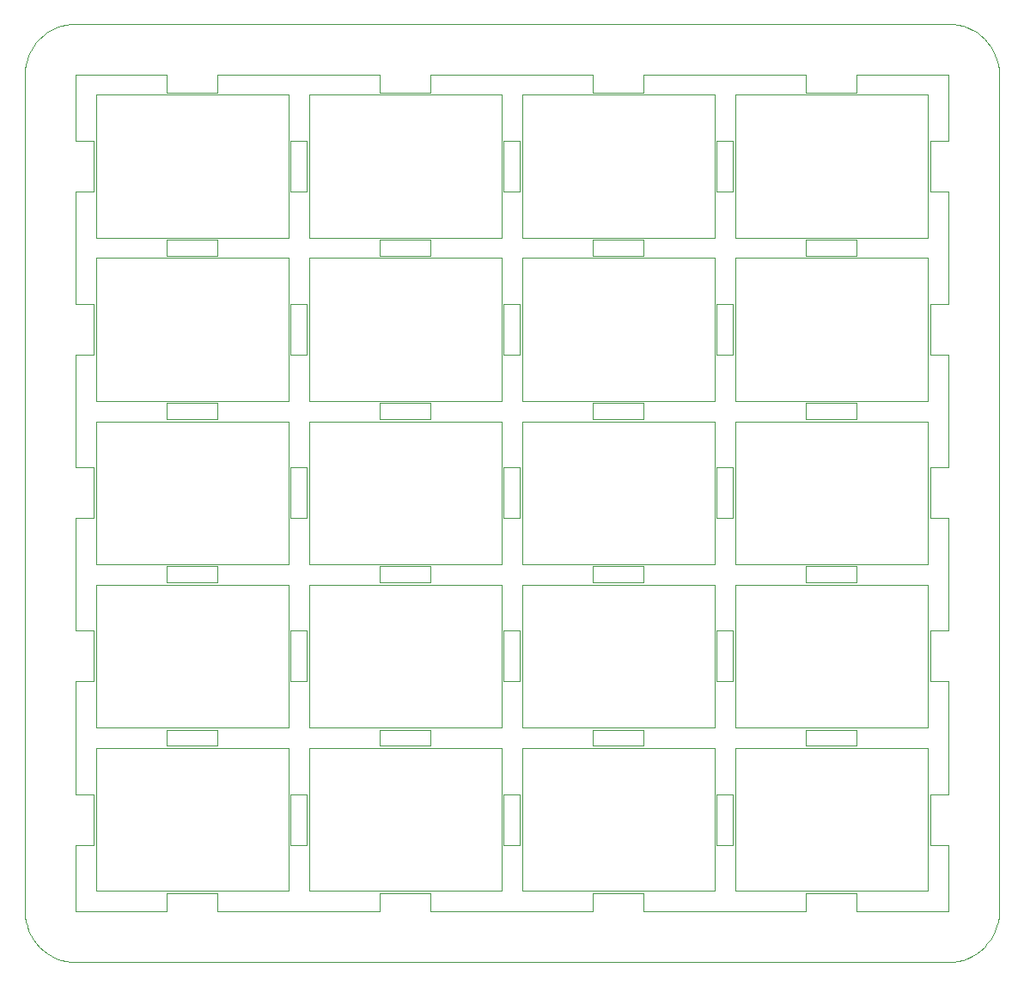
<source format=gbr>
%TF.GenerationSoftware,KiCad,Pcbnew,7.0.9*%
%TF.CreationDate,2024-07-19T15:30:45+09:00*%
%TF.ProjectId,panelize,70616e65-6c69-47a6-952e-6b696361645f,rev?*%
%TF.SameCoordinates,PX39748eaPY88a96c5*%
%TF.FileFunction,Profile,NP*%
%FSLAX46Y46*%
G04 Gerber Fmt 4.6, Leading zero omitted, Abs format (unit mm)*
G04 Created by KiCad (PCBNEW 7.0.9) date 2024-07-19 15:30:45*
%MOMM*%
%LPD*%
G01*
G04 APERTURE LIST*
%TA.AperFunction,Profile*%
%ADD10C,0.100000*%
%TD*%
G04 APERTURE END LIST*
D10*
X12353750Y37700293D02*
X12353750Y36901293D01*
X80353750Y5500293D02*
X75353750Y5500293D01*
X68353750Y52000293D02*
X87353750Y52000293D01*
X89353750Y91200293D02*
X3353750Y91200293D01*
X26159558Y42450293D02*
X26156517Y47450293D01*
X90329201Y-1203633D02*
X90805173Y-1084408D01*
X38353750Y20801293D02*
X38353750Y21600293D01*
X12353750Y21600293D02*
X12353750Y20801293D01*
X26156517Y79650293D02*
X25354750Y79650293D01*
X45553750Y15250293D02*
X45553750Y10250293D01*
X12353750Y36100293D02*
X17353750Y36100293D01*
X24353750Y5700293D02*
X5353750Y5700293D01*
X87353750Y70100293D02*
X68353750Y70100293D01*
X33353750Y53800293D02*
X33353750Y52200293D01*
X87553750Y74650293D02*
X89353750Y74650293D01*
X26156517Y47450293D02*
X24553750Y47450293D01*
X59353750Y5500293D02*
X54353750Y5500293D01*
X33353750Y86200293D02*
X33353750Y84400293D01*
X996766Y-709313D02*
X1440332Y-919104D01*
X68353750Y37900293D02*
X68353750Y52000293D01*
X24553750Y63550293D02*
X24553750Y58550293D01*
X33353750Y20000293D02*
X38353750Y20000293D01*
X59353750Y52200293D02*
X59353750Y53800293D01*
X59353750Y20000293D02*
X59353750Y21600293D01*
X24353750Y35900293D02*
X24353750Y21800293D01*
X80353750Y37700293D02*
X75353750Y37700293D01*
X93511098Y88978145D02*
X93218802Y89372260D01*
X26353750Y21800293D02*
X26353750Y35900293D01*
X54353750Y37700293D02*
X54353750Y36100293D01*
X17353750Y52200293D02*
X17353750Y53800293D01*
X68353750Y68100293D02*
X87353750Y68100293D01*
X91267167Y90819691D02*
X90805173Y90984995D01*
X89353750Y-1299707D02*
X89843835Y-1275630D01*
X24553750Y79650293D02*
X24553750Y74650293D01*
X66353750Y21800293D02*
X47353750Y21800293D01*
X92525716Y-164759D02*
X92889283Y164760D01*
X3353750Y31350293D02*
X3353750Y42450293D01*
X75353750Y21600293D02*
X75353750Y20000293D01*
X-1622174Y3210208D02*
X-1550177Y2724842D01*
X66553750Y42450293D02*
X68159558Y42450293D01*
X80353750Y36899293D02*
X80353750Y37700293D01*
X12353750Y86200293D02*
X12353750Y84400293D01*
X68159558Y74650293D02*
X68156517Y79650293D01*
X45353750Y35900293D02*
X45353750Y21800293D01*
X59353750Y69900293D02*
X54353750Y69900293D01*
X89353750Y31350293D02*
X87553750Y31350293D01*
X68353750Y35900293D02*
X87353750Y35900293D01*
X68153750Y63550293D02*
X66553750Y63550293D01*
X54353750Y84400293D02*
X59353750Y84400293D01*
X38353750Y69900293D02*
X33353750Y69900293D01*
X92131601Y90357642D02*
X91710733Y90609900D01*
X66353750Y84200293D02*
X66353750Y70100293D01*
X68353750Y84200293D02*
X87353750Y84200293D01*
X3353750Y47450293D02*
X3353750Y58550293D01*
X38353750Y20000293D02*
X38353750Y20801293D01*
X89353750Y47450293D02*
X87553750Y47450293D01*
X47353750Y19800293D02*
X66353750Y19800293D01*
X66553750Y63550293D02*
X66553750Y58550293D01*
X5153750Y42450293D02*
X5153750Y47450293D01*
X66553750Y15250293D02*
X66553750Y10250293D01*
X90329201Y91104220D02*
X89843835Y91176217D01*
X54353750Y5500293D02*
X54353750Y3700293D01*
X94329673Y86690379D02*
X94257676Y87175745D01*
X66353750Y68100293D02*
X66353750Y54000293D01*
X89353750Y26350293D02*
X89353750Y15250293D01*
X66353750Y35900293D02*
X66353750Y21800293D01*
X54353750Y86200293D02*
X54353750Y84400293D01*
X-1550177Y2724842D02*
X-1430952Y2248870D01*
X26353750Y70100293D02*
X26353750Y84200293D01*
X59353750Y21600293D02*
X54353750Y21600293D01*
X26353750Y54000293D02*
X26353750Y68100293D01*
X80353750Y20799293D02*
X80353750Y21600293D01*
X26153750Y58550293D02*
X26153750Y63550293D01*
X12353750Y69101293D02*
X12353750Y68300293D01*
X45353750Y68100293D02*
X45353750Y54000293D01*
X87553750Y15250293D02*
X87553750Y10250293D01*
X67352750Y10250293D02*
X68153750Y10250293D01*
X47159558Y58550293D02*
X47156517Y63550293D01*
X47153750Y47450293D02*
X45553750Y47450293D01*
X25352750Y10250293D02*
X26153750Y10250293D01*
X75353750Y36100293D02*
X80353750Y36100293D01*
X45353750Y21800293D02*
X26353750Y21800293D01*
X93763356Y88557277D02*
X93511098Y88978145D01*
X89353750Y42450293D02*
X89353750Y31350293D01*
X75353750Y5500293D02*
X75353750Y3700293D01*
X1440332Y90819691D02*
X996766Y90609900D01*
X68156517Y79650293D02*
X67354750Y79650293D01*
X26353750Y19800293D02*
X45353750Y19800293D01*
X68353750Y70100293D02*
X68353750Y84200293D01*
X94353750Y86200293D02*
X94329673Y86690379D01*
X45353750Y19800293D02*
X45353750Y5700293D01*
X5353750Y84200293D02*
X24353750Y84200293D01*
X12353750Y68300293D02*
X17353750Y68300293D01*
X33353750Y52200293D02*
X38353750Y52200293D01*
X47353750Y84200293D02*
X66353750Y84200293D01*
X24553750Y10250293D02*
X25352750Y10250293D01*
X5353750Y19800293D02*
X24353750Y19800293D01*
X66553750Y31350293D02*
X66553750Y26350293D01*
X-511303Y528327D02*
X-181784Y164760D01*
X5353750Y21800293D02*
X5353750Y35900293D01*
X91267167Y-919104D02*
X91710733Y-709313D01*
X80353750Y86200293D02*
X89353750Y86200293D01*
X45553750Y42450293D02*
X47153750Y42450293D01*
X94257676Y2724842D02*
X94329673Y3210208D01*
X38353750Y36901293D02*
X38353750Y37700293D01*
X5353750Y5700293D02*
X5353750Y19800293D01*
X24553750Y47450293D02*
X24553750Y42450293D01*
X38353750Y69101293D02*
X38353750Y69900293D01*
X24353750Y21800293D02*
X5353750Y21800293D01*
X93218802Y528327D02*
X93511098Y922442D01*
X26353750Y35900293D02*
X45353750Y35900293D01*
X80353750Y53800293D02*
X75353750Y53800293D01*
X89353750Y74650293D02*
X89353750Y63550293D01*
X-803599Y922442D02*
X-511303Y528327D01*
X93973147Y1786876D02*
X94138451Y2248870D01*
X87553750Y26350293D02*
X89353750Y26350293D01*
X26159558Y74650293D02*
X26156517Y79650293D01*
X5353750Y37900293D02*
X5353750Y52000293D01*
X80353750Y69099293D02*
X80353750Y69900293D01*
X26353750Y5700293D02*
X26353750Y19800293D01*
X38353750Y37700293D02*
X33353750Y37700293D01*
X68353750Y21800293D02*
X68353750Y35900293D01*
X26353750Y68100293D02*
X45353750Y68100293D01*
X24553750Y74650293D02*
X26159558Y74650293D01*
X47159558Y26350293D02*
X47156517Y31350293D01*
X12353750Y69900293D02*
X12353750Y69101293D01*
X54353750Y36100293D02*
X59353750Y36100293D01*
X33353750Y37700293D02*
X33353750Y36100293D01*
X80353750Y52200293D02*
X80353750Y52999293D01*
X12353750Y53800293D02*
X12353750Y53001293D01*
X181783Y-164759D02*
X575898Y-457055D01*
X575898Y-457055D02*
X996766Y-709313D01*
X5353750Y52000293D02*
X24353750Y52000293D01*
X45553750Y26350293D02*
X47159558Y26350293D01*
X66353750Y19800293D02*
X66353750Y5700293D01*
X47353750Y35900293D02*
X66353750Y35900293D01*
X2863664Y91176217D02*
X2378298Y91104220D01*
X3353750Y26350293D02*
X5159558Y26350293D01*
X47353750Y68100293D02*
X66353750Y68100293D01*
X38353750Y21600293D02*
X33353750Y21600293D01*
X26353750Y52000293D02*
X45353750Y52000293D01*
X66353750Y52000293D02*
X66353750Y37900293D01*
X24553750Y42450293D02*
X26159558Y42450293D01*
X3353750Y79650293D02*
X3353750Y86200293D01*
X59353750Y86200293D02*
X75353750Y86200293D01*
X5156517Y63550293D02*
X3353750Y63550293D01*
X24553750Y15250293D02*
X24553750Y10250293D01*
X87353750Y21800293D02*
X68353750Y21800293D01*
X68353750Y5700293D02*
X68353750Y19800293D01*
X17353750Y86200293D02*
X33353750Y86200293D01*
X59353750Y3700293D02*
X59353750Y5500293D01*
X12353750Y5500293D02*
X12353750Y3700293D01*
X54353750Y52200293D02*
X59353750Y52200293D01*
X75353750Y86200293D02*
X75353750Y84400293D01*
X75353750Y52200293D02*
X80353750Y52200293D01*
X93973147Y88113711D02*
X93763356Y88557277D01*
X68159558Y26350293D02*
X68156517Y31350293D01*
X38353750Y5500293D02*
X33353750Y5500293D01*
X26159558Y26350293D02*
X26156517Y31350293D01*
X87353750Y19800293D02*
X87353750Y5700293D01*
X47156517Y63550293D02*
X45553750Y63550293D01*
X2863664Y-1275630D02*
X3353750Y-1299707D01*
X-181784Y89735827D02*
X-511303Y89372260D01*
X68153750Y15250293D02*
X66553750Y15250293D01*
X17353750Y53800293D02*
X12353750Y53800293D01*
X89353750Y86200293D02*
X89353750Y79650293D01*
X75353750Y3700293D02*
X59353750Y3700293D01*
X68353750Y54000293D02*
X68353750Y68100293D01*
X89353750Y15250293D02*
X87553750Y15250293D01*
X87553750Y10250293D02*
X89353750Y10250293D01*
X5156517Y79650293D02*
X3353750Y79650293D01*
X47353750Y5700293D02*
X47353750Y19800293D01*
X87353750Y5700293D02*
X68353750Y5700293D01*
X5153750Y47450293D02*
X3353750Y47450293D01*
X24353750Y84200293D02*
X24353750Y70100293D01*
X80353750Y52999293D02*
X80353750Y53800293D01*
X5353750Y54000293D02*
X5353750Y68100293D01*
X75353750Y53800293D02*
X75353750Y52200293D01*
X94138451Y87651717D02*
X93973147Y88113711D01*
X3353750Y58550293D02*
X5159558Y58550293D01*
X1902326Y90984995D02*
X1440332Y90819691D01*
X17353750Y5500293D02*
X12353750Y5500293D01*
X93218802Y89372260D02*
X92889283Y89735827D01*
X-1430952Y2248870D02*
X-1265648Y1786876D01*
X45353750Y52000293D02*
X45353750Y37900293D01*
X38353750Y53001293D02*
X38353750Y53800293D01*
X26153750Y15250293D02*
X24553750Y15250293D01*
X80353750Y3700293D02*
X80353750Y5500293D01*
X33353750Y36100293D02*
X38353750Y36100293D01*
X24353750Y70100293D02*
X5353750Y70100293D01*
X89353750Y63550293D02*
X87553750Y63550293D01*
X75353750Y68300293D02*
X80353750Y68300293D01*
X24353750Y68100293D02*
X24353750Y54000293D01*
X87553750Y47450293D02*
X87553750Y42450293D01*
X45353750Y84200293D02*
X45353750Y70100293D01*
X33353750Y68300293D02*
X38353750Y68300293D01*
X94329673Y3210208D02*
X94353750Y3700293D01*
X26153750Y63550293D02*
X24553750Y63550293D01*
X66553750Y74650293D02*
X68159558Y74650293D01*
X68153750Y58550293D02*
X68153750Y63550293D01*
X67354750Y79650293D02*
X66553750Y79650293D01*
X24353750Y37900293D02*
X5353750Y37900293D01*
X54353750Y21600293D02*
X54353750Y20000293D01*
X45553750Y47450293D02*
X45553750Y42450293D01*
X92889283Y164760D02*
X93218802Y528327D01*
X54353750Y3700293D02*
X38353750Y3700293D01*
X89843835Y-1275630D02*
X90329201Y-1203633D01*
X24353750Y19800293D02*
X24353750Y5700293D01*
X89353750Y10250293D02*
X89353750Y3700293D01*
X33353750Y3700293D02*
X17353750Y3700293D01*
X26353750Y37900293D02*
X26353750Y52000293D01*
X38353750Y52200293D02*
X38353750Y53001293D01*
X68153750Y10250293D02*
X68153750Y15250293D01*
X54353750Y68300293D02*
X59353750Y68300293D01*
X59353750Y84400293D02*
X59353750Y86200293D01*
X25354750Y79650293D02*
X24553750Y79650293D01*
X17353750Y36100293D02*
X17353750Y37700293D01*
X47153750Y15250293D02*
X45553750Y15250293D01*
X5159558Y74650293D02*
X5156517Y79650293D01*
X87353750Y84200293D02*
X87353750Y70100293D01*
X5353750Y35900293D02*
X24353750Y35900293D01*
X89353750Y79650293D02*
X87553750Y79650293D01*
X75353750Y20000293D02*
X80353750Y20000293D01*
X12353750Y52200293D02*
X17353750Y52200293D01*
X89843835Y91176217D02*
X89353750Y91200293D01*
X68159558Y42450293D02*
X68156517Y47450293D01*
X92525716Y90065346D02*
X92131601Y90357642D01*
X996766Y90609900D02*
X575898Y90357642D01*
X46352750Y10250293D02*
X47153750Y10250293D01*
X89353750Y3700293D02*
X80353750Y3700293D01*
X2378298Y-1203633D02*
X2863664Y-1275630D01*
X3353750Y3700293D02*
X3353750Y10250293D01*
X1440332Y-919104D02*
X1902326Y-1084408D01*
X24553750Y58550293D02*
X26153750Y58550293D01*
X93511098Y922442D02*
X93763356Y1343310D01*
X87553750Y42450293D02*
X89353750Y42450293D01*
X54353750Y20000293D02*
X59353750Y20000293D01*
X-1055857Y88557277D02*
X-1265648Y88113711D01*
X5156517Y31350293D02*
X3353750Y31350293D01*
X-1646250Y86200293D02*
X-1646250Y3700293D01*
X47153750Y42450293D02*
X47153750Y47450293D01*
X94138451Y2248870D02*
X94257676Y2724842D01*
X38353750Y53800293D02*
X33353750Y53800293D01*
X47353750Y54000293D02*
X47353750Y68100293D01*
X-1265648Y88113711D02*
X-1430952Y87651717D01*
X45353750Y70100293D02*
X26353750Y70100293D01*
X26353750Y84200293D02*
X45353750Y84200293D01*
X5153750Y15250293D02*
X3353750Y15250293D01*
X87553750Y58550293D02*
X89353750Y58550293D01*
X17353750Y21600293D02*
X12353750Y21600293D01*
X87353750Y35900293D02*
X87353750Y21800293D01*
X181783Y90065346D02*
X-181784Y89735827D01*
X33353750Y21600293D02*
X33353750Y20000293D01*
X47156517Y31350293D02*
X45553750Y31350293D01*
X17353750Y69900293D02*
X12353750Y69900293D01*
X87353750Y37900293D02*
X68353750Y37900293D01*
X87553750Y79650293D02*
X87553750Y74650293D01*
X47353750Y52000293D02*
X66353750Y52000293D01*
X33353750Y84400293D02*
X38353750Y84400293D01*
X38353750Y84400293D02*
X38353750Y86200293D01*
X66553750Y58550293D02*
X68153750Y58550293D01*
X5159558Y58550293D02*
X5156517Y63550293D01*
X24553750Y31350293D02*
X24553750Y26350293D01*
X33353750Y5500293D02*
X33353750Y3700293D01*
X1902326Y-1084408D02*
X2378298Y-1203633D01*
X47156517Y79650293D02*
X46354750Y79650293D01*
X47353750Y21800293D02*
X47353750Y35900293D01*
X-803599Y88978145D02*
X-1055857Y88557277D01*
X59353750Y53800293D02*
X54353750Y53800293D01*
X3353750Y42450293D02*
X5153750Y42450293D01*
X75353750Y84400293D02*
X80353750Y84400293D01*
X75353750Y37700293D02*
X75353750Y36100293D01*
X38353750Y36100293D02*
X38353750Y36901293D01*
X94353750Y3700293D02*
X94353750Y86200293D01*
X3353750Y86200293D02*
X12353750Y86200293D01*
X45553750Y58550293D02*
X47159558Y58550293D01*
X66553750Y26350293D02*
X68159558Y26350293D01*
X24553750Y26350293D02*
X26159558Y26350293D01*
X89353750Y58550293D02*
X89353750Y47450293D01*
X17353750Y37700293D02*
X12353750Y37700293D01*
X17353750Y3700293D02*
X17353750Y5500293D01*
X68156517Y47450293D02*
X66553750Y47450293D01*
X3353750Y74650293D02*
X5159558Y74650293D01*
X-1430952Y87651717D02*
X-1550177Y87175745D01*
X45353750Y37900293D02*
X26353750Y37900293D01*
X26153750Y10250293D02*
X26153750Y15250293D01*
X94257676Y87175745D02*
X94138451Y87651717D01*
X17353750Y84400293D02*
X17353750Y86200293D01*
X87353750Y68100293D02*
X87353750Y54000293D01*
X45353750Y5700293D02*
X26353750Y5700293D01*
X47159558Y74650293D02*
X47156517Y79650293D01*
X5353750Y70100293D02*
X5353750Y84200293D01*
X59353750Y68300293D02*
X59353750Y69900293D01*
X33353750Y69900293D02*
X33353750Y68300293D01*
X38353750Y68300293D02*
X38353750Y69101293D01*
X87553750Y31350293D02*
X87553750Y26350293D01*
X-1265648Y1786876D02*
X-1055857Y1343310D01*
X66553750Y10250293D02*
X67352750Y10250293D01*
X59353750Y36100293D02*
X59353750Y37700293D01*
X-1550177Y87175745D02*
X-1622174Y86690379D01*
X2378298Y91104220D02*
X1902326Y90984995D01*
X12353750Y84400293D02*
X17353750Y84400293D01*
X75353750Y69900293D02*
X75353750Y68300293D01*
X90805173Y-1084408D02*
X91267167Y-919104D01*
X-1622174Y86690379D02*
X-1646250Y86200293D01*
X87353750Y52000293D02*
X87353750Y37900293D01*
X91710733Y90609900D02*
X91267167Y90819691D01*
X-1055857Y1343310D02*
X-803599Y922442D01*
X45553750Y74650293D02*
X47159558Y74650293D01*
X12353750Y20000293D02*
X17353750Y20000293D01*
X575898Y90357642D02*
X181783Y90065346D01*
X66553750Y47450293D02*
X66553750Y42450293D01*
X92889283Y89735827D02*
X92525716Y90065346D01*
X54353750Y69900293D02*
X54353750Y68300293D01*
X66553750Y79650293D02*
X66553750Y74650293D01*
X47353750Y70100293D02*
X47353750Y84200293D01*
X66353750Y37900293D02*
X47353750Y37900293D01*
X-511303Y89372260D02*
X-803599Y88978145D01*
X12353750Y53001293D02*
X12353750Y52200293D01*
X91710733Y-709313D02*
X92131601Y-457055D01*
X24353750Y52000293D02*
X24353750Y37900293D01*
X80353750Y36100293D02*
X80353750Y36899293D01*
X47153750Y10250293D02*
X47153750Y15250293D01*
X5159558Y26350293D02*
X5156517Y31350293D01*
X68353750Y19800293D02*
X87353750Y19800293D01*
X12353750Y20801293D02*
X12353750Y20000293D01*
X47353750Y37900293D02*
X47353750Y52000293D01*
X66353750Y54000293D02*
X47353750Y54000293D01*
X3353750Y10250293D02*
X5153750Y10250293D01*
X-1646250Y3700293D02*
X-1622174Y3210208D01*
X92131601Y-457055D02*
X92525716Y-164759D01*
X3353750Y-1299707D02*
X89353750Y-1299707D01*
X93763356Y1343310D02*
X93973147Y1786876D01*
X45553750Y63550293D02*
X45553750Y58550293D01*
X26156517Y31350293D02*
X24553750Y31350293D01*
X68156517Y31350293D02*
X66553750Y31350293D01*
X59353750Y37700293D02*
X54353750Y37700293D01*
X45553750Y10250293D02*
X46352750Y10250293D01*
X38353750Y86200293D02*
X54353750Y86200293D01*
X5353750Y68100293D02*
X24353750Y68100293D01*
X46354750Y79650293D02*
X45553750Y79650293D01*
X3353750Y15250293D02*
X3353750Y26350293D01*
X66353750Y70100293D02*
X47353750Y70100293D01*
X87553750Y63550293D02*
X87553750Y58550293D01*
X80353750Y84400293D02*
X80353750Y86200293D01*
X17353750Y68300293D02*
X17353750Y69900293D01*
X87353750Y54000293D02*
X68353750Y54000293D01*
X12353750Y36901293D02*
X12353750Y36100293D01*
X3353750Y63550293D02*
X3353750Y74650293D01*
X80353750Y20000293D02*
X80353750Y20799293D01*
X80353750Y68300293D02*
X80353750Y69099293D01*
X45553750Y31350293D02*
X45553750Y26350293D01*
X45553750Y79650293D02*
X45553750Y74650293D01*
X80353750Y69900293D02*
X75353750Y69900293D01*
X45353750Y54000293D02*
X26353750Y54000293D01*
X24353750Y54000293D02*
X5353750Y54000293D01*
X90805173Y90984995D02*
X90329201Y91104220D01*
X66353750Y5700293D02*
X47353750Y5700293D01*
X80353750Y21600293D02*
X75353750Y21600293D01*
X12353750Y3700293D02*
X3353750Y3700293D01*
X17353750Y20000293D02*
X17353750Y21600293D01*
X3353750Y91200293D02*
X2863664Y91176217D01*
X54353750Y53800293D02*
X54353750Y52200293D01*
X-181784Y164760D02*
X181783Y-164759D01*
X5153750Y10250293D02*
X5153750Y15250293D01*
X38353750Y3700293D02*
X38353750Y5500293D01*
M02*

</source>
